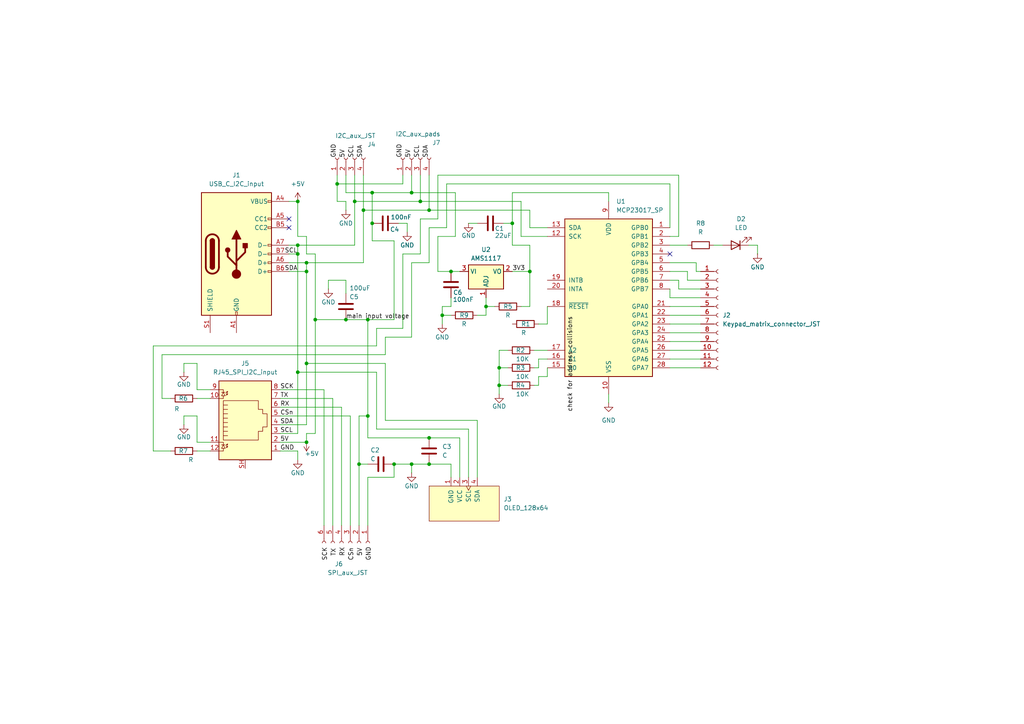
<source format=kicad_sch>
(kicad_sch (version 20231120) (generator "eeschema") (generator_version "8.0")
  (paper "A4")
  (lib_symbols
    (symbol "Connector:Conn_01x04_Socket" (pin_names (offset 1.016) hide)
      (property "Reference" "J" (at 0 5.08 0))
      (property "Value" "Conn_01x04_Socket" (at 0 -7.62 0))
      (symbol "Conn_01x04_Socket_1_1"
        (arc (start 0 -4.572) (mid -0.5058 -5.08) (end 0 -5.588) (stroke (width 0.1524)))
        (arc (start 0 -2.032) (mid -0.5058 -2.54) (end 0 -3.048) (stroke (width 0.1524)))
        (polyline (pts (xy -1.27 -5.08) (xy -0.508 -5.08)) (stroke (width 0.1524)))
        (polyline (pts (xy -1.27 -2.54) (xy -0.508 -2.54)) (stroke (width 0.1524)))
        (polyline (pts (xy -1.27 0) (xy -0.508 0)) (stroke (width 0.1524)))
        (polyline (pts (xy -1.27 2.54) (xy -0.508 2.54)) (stroke (width 0.1524)))
        (arc (start 0 0.508) (mid -0.5058 0) (end 0 -0.508) (stroke (width 0.1524)))
        (arc (start 0 3.048) (mid -0.5058 2.54) (end 0 2.032) (stroke (width 0.1524)))
        (pin passive line (at -5.08 2.54 0) (length 3.81) (name "Pin_1") (number "1"))
        (pin passive line (at -5.08 0 0) (length 3.81) (name "Pin_2") (number "2"))
        (pin passive line (at -5.08 -2.54 0) (length 3.81) (name "Pin_3") (number "3"))
        (pin passive line (at -5.08 -5.08 0) (length 3.81) (name "Pin_4") (number "4"))
      )
    )
    (symbol "Connector:Conn_01x06_Socket" (pin_names (offset 1.016) hide)
      (property "Reference" "J" (at 0 7.62 0))
      (property "Value" "Conn_01x06_Socket" (at 0 -10.16 0))
      (symbol "Conn_01x06_Socket_1_1"
        (arc (start 0 -7.112) (mid -0.5058 -7.62) (end 0 -8.128) (stroke (width 0.1524)))
        (arc (start 0 -4.572) (mid -0.5058 -5.08) (end 0 -5.588) (stroke (width 0.1524)))
        (arc (start 0 -2.032) (mid -0.5058 -2.54) (end 0 -3.048) (stroke (width 0.1524)))
        (polyline (pts (xy -1.27 -7.62) (xy -0.508 -7.62)) (stroke (width 0.1524)))
        (polyline (pts (xy -1.27 -5.08) (xy -0.508 -5.08)) (stroke (width 0.1524)))
        (polyline (pts (xy -1.27 -2.54) (xy -0.508 -2.54)) (stroke (width 0.1524)))
        (polyline (pts (xy -1.27 0) (xy -0.508 0)) (stroke (width 0.1524)))
        (polyline (pts (xy -1.27 2.54) (xy -0.508 2.54)) (stroke (width 0.1524)))
        (polyline (pts (xy -1.27 5.08) (xy -0.508 5.08)) (stroke (width 0.1524)))
        (arc (start 0 0.508) (mid -0.5058 0) (end 0 -0.508) (stroke (width 0.1524)))
        (arc (start 0 3.048) (mid -0.5058 2.54) (end 0 2.032) (stroke (width 0.1524)))
        (arc (start 0 5.588) (mid -0.5058 5.08) (end 0 4.572) (stroke (width 0.1524)))
        (pin passive line (at -5.08 5.08 0) (length 3.81) (name "Pin_1") (number "1"))
        (pin passive line (at -5.08 2.54 0) (length 3.81) (name "Pin_2") (number "2"))
        (pin passive line (at -5.08 0 0) (length 3.81) (name "Pin_3") (number "3"))
        (pin passive line (at -5.08 -2.54 0) (length 3.81) (name "Pin_4") (number "4"))
        (pin passive line (at -5.08 -5.08 0) (length 3.81) (name "Pin_5") (number "5"))
        (pin passive line (at -5.08 -7.62 0) (length 3.81) (name "Pin_6") (number "6"))
      )
    )
    (symbol "Connector:Conn_01x12_Socket" (pin_names (offset 1.016) hide)
      (property "Reference" "J" (at 0 15.24 0))
      (property "Value" "Conn_01x12_Socket" (at 0 -17.78 0))
      (symbol "Conn_01x12_Socket_1_1"
        (arc (start 0 -14.732) (mid -0.5058 -15.24) (end 0 -15.748) (stroke (width 0.1524)))
        (arc (start 0 -12.192) (mid -0.5058 -12.7) (end 0 -13.208) (stroke (width 0.1524)))
        (arc (start 0 -9.652) (mid -0.5058 -10.16) (end 0 -10.668) (stroke (width 0.1524)))
        (arc (start 0 -7.112) (mid -0.5058 -7.62) (end 0 -8.128) (stroke (width 0.1524)))
        (arc (start 0 -4.572) (mid -0.5058 -5.08) (end 0 -5.588) (stroke (width 0.1524)))
        (arc (start 0 -2.032) (mid -0.5058 -2.54) (end 0 -3.048) (stroke (width 0.1524)))
        (polyline (pts (xy -1.27 -15.24) (xy -0.508 -15.24)) (stroke (width 0.1524)))
        (polyline (pts (xy -1.27 -12.7) (xy -0.508 -12.7)) (stroke (width 0.1524)))
        (polyline (pts (xy -1.27 -10.16) (xy -0.508 -10.16)) (stroke (width 0.1524)))
        (polyline (pts (xy -1.27 -7.62) (xy -0.508 -7.62)) (stroke (width 0.1524)))
        (polyline (pts (xy -1.27 -5.08) (xy -0.508 -5.08)) (stroke (width 0.1524)))
        (polyline (pts (xy -1.27 -2.54) (xy -0.508 -2.54)) (stroke (width 0.1524)))
        (polyline (pts (xy -1.27 0) (xy -0.508 0)) (stroke (width 0.1524)))
        (polyline (pts (xy -1.27 2.54) (xy -0.508 2.54)) (stroke (width 0.1524)))
        (polyline (pts (xy -1.27 5.08) (xy -0.508 5.08)) (stroke (width 0.1524)))
        (polyline (pts (xy -1.27 7.62) (xy -0.508 7.62)) (stroke (width 0.1524)))
        (polyline (pts (xy -1.27 10.16) (xy -0.508 10.16)) (stroke (width 0.1524)))
        (polyline (pts (xy -1.27 12.7) (xy -0.508 12.7)) (stroke (width 0.1524)))
        (arc (start 0 0.508) (mid -0.5058 0) (end 0 -0.508) (stroke (width 0.1524)))
        (arc (start 0 3.048) (mid -0.5058 2.54) (end 0 2.032) (stroke (width 0.1524)))
        (arc (start 0 5.588) (mid -0.5058 5.08) (end 0 4.572) (stroke (width 0.1524)))
        (arc (start 0 8.128) (mid -0.5058 7.62) (end 0 7.112) (stroke (width 0.1524)))
        (arc (start 0 10.668) (mid -0.5058 10.16) (end 0 9.652) (stroke (width 0.1524)))
        (arc (start 0 13.208) (mid -0.5058 12.7) (end 0 12.192) (stroke (width 0.1524)))
        (pin passive line (at -5.08 12.7 0) (length 3.81) (name "Pin_1") (number "1"))
        (pin passive line (at -5.08 -10.16 0) (length 3.81) (name "Pin_10") (number "10"))
        (pin passive line (at -5.08 -12.7 0) (length 3.81) (name "Pin_11") (number "11"))
        (pin passive line (at -5.08 -15.24 0) (length 3.81) (name "Pin_12") (number "12"))
        (pin passive line (at -5.08 10.16 0) (length 3.81) (name "Pin_2") (number "2"))
        (pin passive line (at -5.08 7.62 0) (length 3.81) (name "Pin_3") (number "3"))
        (pin passive line (at -5.08 5.08 0) (length 3.81) (name "Pin_4") (number "4"))
        (pin passive line (at -5.08 2.54 0) (length 3.81) (name "Pin_5") (number "5"))
        (pin passive line (at -5.08 0 0) (length 3.81) (name "Pin_6") (number "6"))
        (pin passive line (at -5.08 -2.54 0) (length 3.81) (name "Pin_7") (number "7"))
        (pin passive line (at -5.08 -5.08 0) (length 3.81) (name "Pin_8") (number "8"))
        (pin passive line (at -5.08 -7.62 0) (length 3.81) (name "Pin_9") (number "9"))
      )
    )
    (symbol "Connector:RJ45_LED_Shielded" (pin_names (offset 1.016))
      (property "Reference" "J" (at -5.08 13.97 0))
      (property "Value" "RJ45_LED_Shielded" (at 1.27 13.97 0))
      (symbol "RJ45_LED_Shielded_0_1"
        (polyline (pts (xy -7.62 -7.62) (xy -6.35 -7.62)))
        (polyline (pts (xy -7.62 -5.08) (xy -6.35 -5.08)))
        (polyline (pts (xy -7.62 7.62) (xy -6.35 7.62)))
        (polyline (pts (xy -7.62 10.16) (xy -6.35 10.16)))
        (polyline (pts (xy -6.858 -5.842) (xy -5.842 -5.842)))
        (polyline (pts (xy -6.858 9.398) (xy -5.842 9.398)))
        (polyline (pts (xy -6.35 -7.62) (xy -6.35 -6.858)))
        (polyline (pts (xy -6.35 -5.08) (xy -6.35 -5.842)))
        (polyline (pts (xy -6.35 7.62) (xy -6.35 8.382)))
        (polyline (pts (xy -6.35 10.16) (xy -6.35 9.398)))
        (polyline (pts (xy -5.08 -6.223) (xy -5.207 -6.604)))
        (polyline (pts (xy -5.08 -5.588) (xy -5.207 -5.969)))
        (polyline (pts (xy -5.08 4.445) (xy -6.35 4.445)))
        (polyline (pts (xy -5.08 5.715) (xy -6.35 5.715)))
        (polyline (pts (xy -5.08 9.017) (xy -5.207 8.636)))
        (polyline (pts (xy -5.08 9.652) (xy -5.207 9.271)))
        (polyline (pts (xy -6.35 -3.175) (xy -5.08 -3.175) (xy -5.08 -3.175)))
        (polyline (pts (xy -6.35 -1.905) (xy -5.08 -1.905) (xy -5.08 -1.905)))
        (polyline (pts (xy -6.35 -0.635) (xy -5.08 -0.635) (xy -5.08 -0.635)))
        (polyline (pts (xy -6.35 0.635) (xy -5.08 0.635) (xy -5.08 0.635)))
        (polyline (pts (xy -6.35 1.905) (xy -5.08 1.905) (xy -5.08 1.905)))
        (polyline (pts (xy -5.588 -6.731) (xy -5.08 -6.223) (xy -5.461 -6.35)))
        (polyline (pts (xy -5.588 -6.096) (xy -5.08 -5.588) (xy -5.461 -5.715)))
        (polyline (pts (xy -5.588 8.509) (xy -5.08 9.017) (xy -5.461 8.89)))
        (polyline (pts (xy -5.588 9.144) (xy -5.08 9.652) (xy -5.461 9.525)))
        (polyline (pts (xy -5.08 3.175) (xy -6.35 3.175) (xy -6.35 3.175)))
        (polyline (pts (xy -6.35 -5.842) (xy -6.858 -6.858) (xy -5.842 -6.858) (xy -6.35 -5.842)))
        (polyline (pts (xy -6.35 9.398) (xy -6.858 8.382) (xy -5.842 8.382) (xy -6.35 9.398)))
        (polyline (pts (xy -6.35 -4.445) (xy -6.35 6.985) (xy 3.81 6.985) (xy 3.81 4.445) (xy 5.08 4.445) (xy 5.08 3.175) (xy 6.35 3.175) (xy 6.35 -0.635) (xy 5.08 -0.635) (xy 5.08 -1.905) (xy 3.81 -1.905) (xy 3.81 -4.445) (xy -6.35 -4.445) (xy -6.35 -4.445)))
        (rectangle (start 7.62 12.7) (end -7.62 -10.16) (stroke (width 0.254)) (fill (type background)))
      )
      (symbol "RJ45_LED_Shielded_1_1"
        (pin passive line (at 10.16 -7.62 180) (length 2.54) (name "~") (number "1"))
        (pin passive line (at -10.16 7.62 0) (length 2.54) (name "~") (number "10"))
        (pin passive line (at -10.16 -5.08 0) (length 2.54) (name "~") (number "11"))
        (pin passive line (at -10.16 -7.62 0) (length 2.54) (name "~") (number "12"))
        (pin passive line (at 10.16 -5.08 180) (length 2.54) (name "~") (number "2"))
        (pin passive line (at 10.16 -2.54 180) (length 2.54) (name "~") (number "3"))
        (pin passive line (at 10.16 0 180) (length 2.54) (name "~") (number "4"))
        (pin passive line (at 10.16 2.54 180) (length 2.54) (name "~") (number "5"))
        (pin passive line (at 10.16 5.08 180) (length 2.54) (name "~") (number "6"))
        (pin passive line (at 10.16 7.62 180) (length 2.54) (name "~") (number "7"))
        (pin passive line (at 10.16 10.16 180) (length 2.54) (name "~") (number "8"))
        (pin passive line (at -10.16 10.16 0) (length 2.54) (name "~") (number "9"))
        (pin passive line (at 0 -12.7 90) (length 2.54) (name "~") (number "SH"))
      )
    )
    (symbol "Connector:USB_C_Receptacle_USB2.0_14P" (pin_names (offset 1.016))
      (property "Reference" "J" (at 0 22.225 0))
      (property "Value" "USB_C_Receptacle_USB2.0_14P" (at 0 19.685 0))
      (symbol "USB_C_Receptacle_USB2.0_14P_0_0"
        (rectangle (start -0.254 -17.78) (end 0.254 -16.764))
        (rectangle (start 10.16 -4.826) (end 9.144 -5.334))
        (rectangle (start 10.16 -2.286) (end 9.144 -2.794))
        (rectangle (start 10.16 0.254) (end 9.144 -0.254))
        (rectangle (start 10.16 2.794) (end 9.144 2.286))
        (rectangle (start 10.16 7.874) (end 9.144 7.366))
        (rectangle (start 10.16 10.414) (end 9.144 9.906))
        (rectangle (start 10.16 15.494) (end 9.144 14.986))
      )
      (symbol "USB_C_Receptacle_USB2.0_14P_0_1"
        (rectangle (start -10.16 17.78) (end 10.16 -17.78) (stroke (width 0.254)) (fill (type background)))
        (arc (start -8.89 -3.81) (mid -6.985 -5.7067) (end -5.08 -3.81) (stroke (width 0.508)))
        (arc (start -7.62 -3.81) (mid -6.985 -4.4423) (end -6.35 -3.81) (stroke (width 0.254)))
        (arc (start -7.62 -3.81) (mid -6.985 -4.4423) (end -6.35 -3.81) (stroke (width 0.254)) (fill (type outline)))
        (rectangle (start -7.62 -3.81) (end -6.35 3.81) (stroke (width 0.254)) (fill (type outline)))
        (arc (start -6.35 3.81) (mid -6.985 4.4423) (end -7.62 3.81) (stroke (width 0.254)))
        (arc (start -6.35 3.81) (mid -6.985 4.4423) (end -7.62 3.81) (stroke (width 0.254)) (fill (type outline)))
        (arc (start -5.08 3.81) (mid -6.985 5.7067) (end -8.89 3.81) (stroke (width 0.508)))
        (circle (center -2.54 1.143) (radius 0.635) (stroke (width 0.254)) (fill (type outline)))
        (circle (center 0 -5.842) (radius 1.27) (fill (type outline)))
        (polyline (pts (xy -8.89 -3.81) (xy -8.89 3.81)) (stroke (width 0.508)))
        (polyline (pts (xy -5.08 3.81) (xy -5.08 -3.81)) (stroke (width 0.508)))
        (polyline (pts (xy 0 -5.842) (xy 0 4.318)) (stroke (width 0.508)))
        (polyline (pts (xy 0 -3.302) (xy -2.54 -0.762) (xy -2.54 0.508)) (stroke (width 0.508)))
        (polyline (pts (xy 0 -2.032) (xy 2.54 0.508) (xy 2.54 1.778)) (stroke (width 0.508)))
        (polyline (pts (xy -1.27 4.318) (xy 0 6.858) (xy 1.27 4.318) (xy -1.27 4.318)) (stroke (width 0.254)) (fill (type outline)))
        (rectangle (start 1.905 1.778) (end 3.175 3.048) (stroke (width 0.254)) (fill (type outline)))
      )
      (symbol "USB_C_Receptacle_USB2.0_14P_1_1"
        (pin passive line (at 0 -22.86 90) (length 5.08) (name "GND") (number "A1"))
        (pin passive line (at 0 -22.86 90) (length 5.08) hide (name "GND") (number "A12"))
        (pin passive line (at 15.24 15.24 180) (length 5.08) (name "VBUS") (number "A4"))
        (pin bidirectional line (at 15.24 10.16 180) (length 5.08) (name "CC1") (number "A5"))
        (pin bidirectional line (at 15.24 -2.54 180) (length 5.08) (name "D+") (number "A6"))
        (pin bidirectional line (at 15.24 2.54 180) (length 5.08) (name "D-") (number "A7"))
        (pin passive line (at 15.24 15.24 180) (length 5.08) hide (name "VBUS") (number "A9"))
        (pin passive line (at 0 -22.86 90) (length 5.08) hide (name "GND") (number "B1"))
        (pin passive line (at 0 -22.86 90) (length 5.08) hide (name "GND") (number "B12"))
        (pin passive line (at 15.24 15.24 180) (length 5.08) hide (name "VBUS") (number "B4"))
        (pin bidirectional line (at 15.24 7.62 180) (length 5.08) (name "CC2") (number "B5"))
        (pin bidirectional line (at 15.24 -5.08 180) (length 5.08) (name "D+") (number "B6"))
        (pin bidirectional line (at 15.24 0 180) (length 5.08) (name "D-") (number "B7"))
        (pin passive line (at 15.24 15.24 180) (length 5.08) hide (name "VBUS") (number "B9"))
        (pin passive line (at -7.62 -22.86 90) (length 5.08) (name "SHIELD") (number "S1"))
      )
    )
    (symbol "Device:C" (pin_numbers hide) (pin_names (offset 0.254))
      (property "Reference" "C" (at 0.635 2.54 0))
      (property "Value" "C" (at 0.635 -2.54 0))
      (symbol "C_0_1"
        (polyline (pts (xy -2.032 -0.762) (xy 2.032 -0.762)) (stroke (width 0.508)))
        (polyline (pts (xy -2.032 0.762) (xy 2.032 0.762)) (stroke (width 0.508)))
      )
      (symbol "C_1_1"
        (pin passive line (at 0 3.81 270) (length 2.794) (name "~") (number "1"))
        (pin passive line (at 0 -3.81 90) (length 2.794) (name "~") (number "2"))
      )
    )
    (symbol "Device:LED" (pin_numbers hide) (pin_names (offset 1.016) hide)
      (property "Reference" "D" (at 0 2.54 0))
      (property "Value" "LED" (at 0 -2.54 0))
      (symbol "LED_0_1"
        (polyline (pts (xy -1.27 -1.27) (xy -1.27 1.27)) (stroke (width 0.254)))
        (polyline (pts (xy -1.27 0) (xy 1.27 0)))
        (polyline (pts (xy 1.27 -1.27) (xy 1.27 1.27) (xy -1.27 0) (xy 1.27 -1.27)) (stroke (width 0.254)))
        (polyline (pts (xy -3.048 -0.762) (xy -4.572 -2.286) (xy -3.81 -2.286) (xy -4.572 -2.286) (xy -4.572 -1.524)))
        (polyline (pts (xy -1.778 -0.762) (xy -3.302 -2.286) (xy -2.54 -2.286) (xy -3.302 -2.286) (xy -3.302 -1.524)))
      )
      (symbol "LED_1_1"
        (pin passive line (at -3.81 0 0) (length 2.54) (name "K") (number "1"))
        (pin passive line (at 3.81 0 180) (length 2.54) (name "A") (number "2"))
      )
    )
    (symbol "Device:R" (pin_numbers hide) (pin_names (offset 0))
      (property "Reference" "R" (at 2.032 0 90))
      (property "Value" "R" (at 0 0 90))
      (symbol "R_0_1"
        (rectangle (start -1.016 -2.54) (end 1.016 2.54) (stroke (width 0.254)))
      )
      (symbol "R_1_1"
        (pin passive line (at 0 3.81 270) (length 1.27) (name "~") (number "1"))
        (pin passive line (at 0 -3.81 90) (length 1.27) (name "~") (number "2"))
      )
    )
    (symbol "Interface_Expansion:MCP23017_SP" (pin_names (offset 1.016))
      (property "Reference" "U" (at -11.43 24.13 0))
      (property "Value" "MCP23017_SP" (at 0 0 0))
      (symbol "MCP23017_SP_0_1"
        (rectangle (start -12.7 22.86) (end 12.7 -22.86) (stroke (width 0.254)) (fill (type background)))
      )
      (symbol "MCP23017_SP_1_1"
        (pin bidirectional line (at 17.78 20.32 180) (length 5.08) (name "GPB0") (number "1"))
        (pin power_in line (at 0 -27.94 90) (length 5.08) (name "VSS") (number "10"))
        (pin no_connect line (at -12.7 15.24 0) (length 5.08) hide (name "NC") (number "11"))
        (pin input line (at -17.78 17.78 0) (length 5.08) (name "SCK") (number "12"))
        (pin bidirectional line (at -17.78 20.32 0) (length 5.08) (name "SDA") (number "13"))
        (pin no_connect line (at -12.7 12.7 0) (length 5.08) hide (name "NC") (number "14"))
        (pin input line (at -17.78 -20.32 0) (length 5.08) (name "A0") (number "15"))
        (pin input line (at -17.78 -17.78 0) (length 5.08) (name "A1") (number "16"))
        (pin input line (at -17.78 -15.24 0) (length 5.08) (name "A2") (number "17"))
        (pin input line (at -17.78 -2.54 0) (length 5.08) (name "~{RESET}") (number "18"))
        (pin tri_state line (at -17.78 5.08 0) (length 5.08) (name "INTB") (number "19"))
        (pin bidirectional line (at 17.78 17.78 180) (length 5.08) (name "GPB1") (number "2"))
        (pin tri_state line (at -17.78 2.54 0) (length 5.08) (name "INTA") (number "20"))
        (pin bidirectional line (at 17.78 -2.54 180) (length 5.08) (name "GPA0") (number "21"))
        (pin bidirectional line (at 17.78 -5.08 180) (length 5.08) (name "GPA1") (number "22"))
        (pin bidirectional line (at 17.78 -7.62 180) (length 5.08) (name "GPA2") (number "23"))
        (pin bidirectional line (at 17.78 -10.16 180) (length 5.08) (name "GPA3") (number "24"))
        (pin bidirectional line (at 17.78 -12.7 180) (length 5.08) (name "GPA4") (number "25"))
        (pin bidirectional line (at 17.78 -15.24 180) (length 5.08) (name "GPA5") (number "26"))
        (pin bidirectional line (at 17.78 -17.78 180) (length 5.08) (name "GPA6") (number "27"))
        (pin bidirectional line (at 17.78 -20.32 180) (length 5.08) (name "GPA7") (number "28"))
        (pin bidirectional line (at 17.78 15.24 180) (length 5.08) (name "GPB2") (number "3"))
        (pin bidirectional line (at 17.78 12.7 180) (length 5.08) (name "GPB3") (number "4"))
        (pin bidirectional line (at 17.78 10.16 180) (length 5.08) (name "GPB4") (number "5"))
        (pin bidirectional line (at 17.78 7.62 180) (length 5.08) (name "GPB5") (number "6"))
        (pin bidirectional line (at 17.78 5.08 180) (length 5.08) (name "GPB6") (number "7"))
        (pin bidirectional line (at 17.78 2.54 180) (length 5.08) (name "GPB7") (number "8"))
        (pin power_in line (at 0 27.94 270) (length 5.08) (name "VDD") (number "9"))
      )
    )
    (symbol "Regulator_Linear:AMS1117"
      (property "Reference" "U" (at -3.81 3.175 0))
      (property "Value" "AMS1117" (at 0 3.175 0))
      (symbol "AMS1117_0_1"
        (rectangle (start -5.08 -5.08) (end 5.08 1.905) (stroke (width 0.254)) (fill (type background)))
      )
      (symbol "AMS1117_1_1"
        (pin input line (at 0 -7.62 90) (length 2.54) (name "ADJ") (number "1"))
        (pin power_out line (at 7.62 0 180) (length 2.54) (name "VO") (number "2"))
        (pin power_in line (at -7.62 0 0) (length 2.54) (name "VI") (number "3"))
      )
    )
    (symbol "ScottoKeebs:OLED_128x64" (pin_names (offset 1.016))
      (property "Reference" "J" (at 0 -11.43 0))
      (property "Value" "OLED_128x64" (at 0 -7.62 0))
      (symbol "OLED_128x64_0_1"
        (rectangle (start 10.16 -10.16) (end -10.16 0) (fill (type background)))
      )
      (symbol "OLED_128x64_1_1"
        (pin power_in line (at -3.81 2.54 270) (length 2.54) (name "GND") (number "1"))
        (pin power_in line (at -1.27 2.54 270) (length 2.54) (name "VCC") (number "2"))
        (pin input clock (at 1.27 2.54 270) (length 2.54) (name "SCL") (number "3"))
        (pin bidirectional line (at 3.81 2.54 270) (length 2.54) (name "SDA") (number "4"))
      )
    )
    (symbol "power:+5V" (power) (pin_numbers hide) (pin_names (offset 0) hide)
      (property "Value" "+5V" (at 0 3.556 0))
      (symbol "+5V_0_1"
        (polyline (pts (xy -0.762 1.27) (xy 0 2.54)))
        (polyline (pts (xy 0 0) (xy 0 2.54)))
        (polyline (pts (xy 0 2.54) (xy 0.762 1.27)))
      )
      (symbol "+5V_1_1"
        (pin power_in line (at 0 0 90) (length 0) (name "~") (number "1"))
      )
    )
    (symbol "power:GND" (power) (pin_numbers hide) (pin_names (offset 0) hide)
      (property "Value" "GND" (at 0 -3.81 0))
      (symbol "GND_0_1"
        (polyline (pts (xy 0 0) (xy 0 -1.27) (xy 1.27 -1.27) (xy 0 -2.54) (xy -1.27 -1.27) (xy 0 -1.27)))
      )
      (symbol "GND_1_1"
        (pin power_in line (at 0 0 270) (length 0) (name "~") (number "1"))
      )
    )
  )
  (junction (at 88.9 128.27))
  (junction (at 104.14 134.62))
  (junction (at 144.78 111.76))
  (junction (at 128.27 91.44))
  (junction (at 114.3 134.62))
  (junction (at 124.46 134.62))
  (junction (at 102.87 58.42))
  (junction (at 107.95 55.88))
  (junction (at 86.36 73.66))
  (junction (at 124.46 60.96))
  (junction (at 97.79 53.34))
  (junction (at 86.36 58.42))
  (junction (at 88.9 76.2))
  (junction (at 100.33 92.71))
  (junction (at 153.67 78.74))
  (junction (at 106.68 92.71))
  (junction (at 148.59 64.77))
  (junction (at 88.9 105.41))
  (junction (at 88.9 78.74))
  (junction (at 140.97 88.9))
  (junction (at 144.78 106.68))
  (junction (at 124.46 127))
  (junction (at 86.36 107.95))
  (junction (at 86.36 71.12))
  (junction (at 121.92 58.42))
  (junction (at 106.68 120.65))
  (junction (at 119.38 55.88))
  (junction (at 105.41 60.96))
  (junction (at 119.38 134.62))
  (junction (at 130.81 78.74))
  (junction (at 107.95 64.77))
  (junction (at 91.44 92.71))
  (no_connect (at 194.31 73.66))
  (no_connect (at 83.82 63.5))
  (no_connect (at 83.82 66.04))
  (wire (pts (xy 158.75 93.98) (xy 158.75 88.9)))
  (wire (pts (xy 81.28 113.03) (xy 93.98 113.03)))
  (wire (pts (xy 140.97 86.36) (xy 140.97 88.9)))
  (wire (pts (xy 53.34 123.19) (xy 53.34 120.65)))
  (wire (pts (xy 104.14 134.62) (xy 106.68 134.62)))
  (wire (pts (xy 194.31 53.34) (xy 194.31 66.04)))
  (wire (pts (xy 153.67 60.96) (xy 153.67 66.04)))
  (wire (pts (xy 57.15 105.41) (xy 57.15 113.03)))
  (wire (pts (xy 154.94 101.6) (xy 158.75 101.6)))
  (wire (pts (xy 105.41 76.2) (xy 105.41 60.96)))
  (wire (pts (xy 138.43 91.44) (xy 140.97 91.44)))
  (wire (pts (xy 109.22 95.25) (xy 116.84 95.25)))
  (wire (pts (xy 158.75 106.68) (xy 158.75 109.22)))
  (wire (pts (xy 207.01 71.12) (xy 209.55 71.12)))
  (wire (pts (xy 97.79 58.42) (xy 100.33 58.42)))
  (wire (pts (xy 95.25 81.28) (xy 100.33 81.28)))
  (wire (pts (xy 44.45 100.33) (xy 109.22 100.33)))
  (wire (pts (xy 146.05 64.77) (xy 148.59 64.77)))
  (wire (pts (xy 53.34 107.95) (xy 53.34 105.41)))
  (wire (pts (xy 119.38 134.62) (xy 119.38 137.16)))
  (wire (pts (xy 57.15 115.57) (xy 60.96 115.57)))
  (wire (pts (xy 130.81 138.43) (xy 130.81 134.62)))
  (wire (pts (xy 138.43 121.92) (xy 138.43 138.43)))
  (wire (pts (xy 201.93 78.74) (xy 203.2 78.74)))
  (wire (pts (xy 91.44 125.73) (xy 88.9 125.73)))
  (wire (pts (xy 156.21 106.68) (xy 154.94 106.68)))
  (wire (pts (xy 148.59 71.12) (xy 153.67 71.12)))
  (wire (pts (xy 100.33 92.71) (xy 106.68 92.71)))
  (wire (pts (xy 148.59 55.88) (xy 176.53 55.88)))
  (wire (pts (xy 135.89 64.77) (xy 138.43 64.77)))
  (wire (pts (xy 88.9 68.58) (xy 88.9 73.66)))
  (wire (pts (xy 97.79 53.34) (xy 116.84 53.34)))
  (wire (pts (xy 115.57 64.77) (xy 118.11 64.77)))
  (wire (pts (xy 132.08 68.58) (xy 127 68.58)))
  (wire (pts (xy 158.75 109.22) (xy 156.21 109.22)))
  (wire (pts (xy 156.21 104.14) (xy 158.75 104.14)))
  (wire (pts (xy 114.3 134.62) (xy 114.3 138.43)))
  (wire (pts (xy 53.34 105.41) (xy 57.15 105.41)))
  (wire (pts (xy 91.44 73.66) (xy 91.44 92.71)))
  (wire (pts (xy 107.95 64.77) (xy 107.95 69.85)))
  (wire (pts (xy 107.95 55.88) (xy 107.95 64.77)))
  (wire (pts (xy 97.79 53.34) (xy 97.79 58.42)))
  (wire (pts (xy 144.78 101.6) (xy 144.78 106.68)))
  (wire (pts (xy 83.82 71.12) (xy 86.36 71.12)))
  (wire (pts (xy 140.97 88.9) (xy 140.97 91.44)))
  (wire (pts (xy 114.3 92.71) (xy 114.3 69.85)))
  (wire (pts (xy 156.21 109.22) (xy 156.21 111.76)))
  (wire (pts (xy 129.54 66.04) (xy 129.54 53.34)))
  (wire (pts (xy 91.44 92.71) (xy 100.33 92.71)))
  (wire (pts (xy 86.36 73.66) (xy 86.36 107.95)))
  (wire (pts (xy 119.38 97.79) (xy 119.38 76.2)))
  (wire (pts (xy 196.85 83.82) (xy 203.2 83.82)))
  (wire (pts (xy 81.28 130.81) (xy 86.36 130.81)))
  (wire (pts (xy 135.89 124.46) (xy 109.22 124.46)))
  (wire (pts (xy 153.67 71.12) (xy 153.67 78.74)))
  (wire (pts (xy 57.15 120.65) (xy 57.15 128.27)))
  (wire (pts (xy 130.81 78.74) (xy 133.35 78.74)))
  (wire (pts (xy 114.3 69.85) (xy 107.95 69.85)))
  (wire (pts (xy 109.22 100.33) (xy 109.22 95.25)))
  (wire (pts (xy 83.82 58.42) (xy 86.36 58.42)))
  (wire (pts (xy 111.76 102.87) (xy 111.76 97.79)))
  (wire (pts (xy 88.9 73.66) (xy 91.44 73.66)))
  (wire (pts (xy 81.28 128.27) (xy 88.9 128.27)))
  (wire (pts (xy 106.68 120.65) (xy 104.14 120.65)))
  (wire (pts (xy 151.13 68.58) (xy 158.75 68.58)))
  (wire (pts (xy 156.21 104.14) (xy 156.21 106.68)))
  (wire (pts (xy 128.27 91.44) (xy 128.27 93.98)))
  (wire (pts (xy 100.33 55.88) (xy 107.95 55.88)))
  (wire (pts (xy 194.31 76.2) (xy 201.93 76.2)))
  (wire (pts (xy 176.53 114.3) (xy 176.53 116.84)))
  (wire (pts (xy 194.31 88.9) (xy 203.2 88.9)))
  (wire (pts (xy 151.13 58.42) (xy 151.13 68.58)))
  (wire (pts (xy 127 50.8) (xy 196.85 50.8)))
  (wire (pts (xy 194.31 99.06) (xy 203.2 99.06)))
  (wire (pts (xy 57.15 128.27) (xy 60.96 128.27)))
  (wire (pts (xy 86.36 130.81) (xy 86.36 133.35)))
  (wire (pts (xy 127 63.5) (xy 127 50.8)))
  (wire (pts (xy 144.78 111.76) (xy 147.32 111.76)))
  (wire (pts (xy 203.2 81.28) (xy 199.39 81.28)))
  (wire (pts (xy 57.15 113.03) (xy 60.96 113.03)))
  (wire (pts (xy 219.71 71.12) (xy 219.71 73.66)))
  (wire (pts (xy 116.84 73.66) (xy 121.92 73.66)))
  (wire (pts (xy 194.31 101.6) (xy 203.2 101.6)))
  (wire (pts (xy 49.53 130.81) (xy 44.45 130.81)))
  (wire (pts (xy 156.21 93.98) (xy 158.75 93.98)))
  (wire (pts (xy 194.31 71.12) (xy 199.39 71.12)))
  (wire (pts (xy 106.68 127) (xy 124.46 127)))
  (wire (pts (xy 118.11 64.77) (xy 118.11 67.31)))
  (wire (pts (xy 109.22 107.95) (xy 86.36 107.95)))
  (wire (pts (xy 97.79 50.8) (xy 97.79 53.34)))
  (wire (pts (xy 49.53 115.57) (xy 46.99 115.57)))
  (wire (pts (xy 46.99 102.87) (xy 111.76 102.87)))
  (wire (pts (xy 140.97 88.9) (xy 143.51 88.9)))
  (wire (pts (xy 88.9 105.41) (xy 88.9 123.19)))
  (wire (pts (xy 127 78.74) (xy 130.81 78.74)))
  (wire (pts (xy 148.59 78.74) (xy 153.67 78.74)))
  (wire (pts (xy 88.9 78.74) (xy 83.82 78.74)))
  (wire (pts (xy 194.31 86.36) (xy 203.2 86.36)))
  (wire (pts (xy 119.38 76.2) (xy 124.46 76.2)))
  (wire (pts (xy 86.36 71.12) (xy 86.36 73.66)))
  (wire (pts (xy 86.36 73.66) (xy 83.82 73.66)))
  (wire (pts (xy 194.31 83.82) (xy 194.31 86.36)))
  (wire (pts (xy 102.87 71.12) (xy 102.87 58.42)))
  (wire (pts (xy 81.28 118.11) (xy 99.06 118.11)))
  (wire (pts (xy 106.68 92.71) (xy 114.3 92.71)))
  (wire (pts (xy 111.76 105.41) (xy 111.76 121.92)))
  (wire (pts (xy 194.31 78.74) (xy 199.39 78.74)))
  (wire (pts (xy 102.87 50.8) (xy 102.87 58.42)))
  (wire (pts (xy 86.36 107.95) (xy 86.36 125.73)))
  (wire (pts (xy 194.31 106.68) (xy 203.2 106.68)))
  (wire (pts (xy 99.06 118.11) (xy 99.06 152.4)))
  (wire (pts (xy 46.99 115.57) (xy 46.99 102.87)))
  (wire (pts (xy 114.3 134.62) (xy 119.38 134.62)))
  (wire (pts (xy 91.44 92.71) (xy 91.44 125.73)))
  (wire (pts (xy 106.68 120.65) (xy 106.68 127)))
  (wire (pts (xy 194.31 104.14) (xy 203.2 104.14)))
  (wire (pts (xy 105.41 60.96) (xy 105.41 50.8)))
  (wire (pts (xy 121.92 63.5) (xy 127 63.5)))
  (wire (pts (xy 196.85 50.8) (xy 196.85 68.58)))
  (wire (pts (xy 196.85 81.28) (xy 196.85 83.82)))
  (wire (pts (xy 106.68 92.71) (xy 106.68 120.65)))
  (wire (pts (xy 194.31 91.44) (xy 203.2 91.44)))
  (wire (pts (xy 148.59 55.88) (xy 148.59 64.77)))
  (wire (pts (xy 128.27 88.9) (xy 130.81 88.9)))
  (wire (pts (xy 88.9 105.41) (xy 111.76 105.41)))
  (wire (pts (xy 130.81 88.9) (xy 130.81 86.36)))
  (wire (pts (xy 86.36 58.42) (xy 86.36 68.58)))
  (wire (pts (xy 124.46 76.2) (xy 124.46 66.04)))
  (wire (pts (xy 93.98 113.03) (xy 93.98 152.4)))
  (wire (pts (xy 147.32 101.6) (xy 144.78 101.6)))
  (wire (pts (xy 176.53 55.88) (xy 176.53 58.42)))
  (wire (pts (xy 153.67 78.74) (xy 153.67 88.9)))
  (wire (pts (xy 135.89 138.43) (xy 135.89 124.46)))
  (wire (pts (xy 124.46 134.62) (xy 119.38 134.62)))
  (wire (pts (xy 194.31 96.52) (xy 203.2 96.52)))
  (wire (pts (xy 128.27 91.44) (xy 130.81 91.44)))
  (wire (pts (xy 86.36 68.58) (xy 88.9 68.58)))
  (wire (pts (xy 217.17 71.12) (xy 219.71 71.12)))
  (wire (pts (xy 130.81 134.62) (xy 124.46 134.62)))
  (wire (pts (xy 199.39 81.28) (xy 199.39 78.74)))
  (wire (pts (xy 100.33 50.8) (xy 100.33 55.88)))
  (wire (pts (xy 194.31 93.98) (xy 203.2 93.98)))
  (wire (pts (xy 119.38 55.88) (xy 132.08 55.88)))
  (wire (pts (xy 88.9 76.2) (xy 88.9 78.74)))
  (wire (pts (xy 53.34 120.65) (xy 57.15 120.65)))
  (wire (pts (xy 104.14 134.62) (xy 104.14 152.4)))
  (wire (pts (xy 81.28 120.65) (xy 101.6 120.65)))
  (wire (pts (xy 121.92 58.42) (xy 151.13 58.42)))
  (wire (pts (xy 88.9 78.74) (xy 88.9 105.41)))
  (wire (pts (xy 153.67 88.9) (xy 151.13 88.9)))
  (wire (pts (xy 148.59 64.77) (xy 148.59 71.12)))
  (wire (pts (xy 121.92 73.66) (xy 121.92 63.5)))
  (wire (pts (xy 128.27 88.9) (xy 128.27 91.44)))
  (wire (pts (xy 114.3 138.43) (xy 106.68 138.43)))
  (wire (pts (xy 88.9 125.73) (xy 88.9 128.27)))
  (wire (pts (xy 100.33 58.42) (xy 100.33 60.96)))
  (wire (pts (xy 88.9 76.2) (xy 105.41 76.2)))
  (wire (pts (xy 116.84 95.25) (xy 116.84 73.66)))
  (wire (pts (xy 83.82 76.2) (xy 88.9 76.2)))
  (wire (pts (xy 109.22 124.46) (xy 109.22 107.95)))
  (wire (pts (xy 101.6 120.65) (xy 101.6 152.4)))
  (wire (pts (xy 194.31 81.28) (xy 196.85 81.28)))
  (wire (pts (xy 106.68 138.43) (xy 106.68 152.4)))
  (wire (pts (xy 102.87 58.42) (xy 121.92 58.42)))
  (wire (pts (xy 144.78 106.68) (xy 147.32 106.68)))
  (wire (pts (xy 100.33 81.28) (xy 100.33 85.09)))
  (wire (pts (xy 81.28 125.73) (xy 86.36 125.73)))
  (wire (pts (xy 201.93 76.2) (xy 201.93 78.74)))
  (wire (pts (xy 127 68.58) (xy 127 78.74)))
  (wire (pts (xy 124.46 60.96) (xy 124.46 50.8)))
  (wire (pts (xy 44.45 130.81) (xy 44.45 100.33)))
  (wire (pts (xy 129.54 53.34) (xy 194.31 53.34)))
  (wire (pts (xy 107.95 55.88) (xy 119.38 55.88)))
  (wire (pts (xy 153.67 66.04) (xy 158.75 66.04)))
  (wire (pts (xy 81.28 123.19) (xy 88.9 123.19)))
  (wire (pts (xy 95.25 83.82) (xy 95.25 81.28)))
  (wire (pts (xy 132.08 55.88) (xy 132.08 68.58)))
  (wire (pts (xy 104.14 120.65) (xy 104.14 134.62)))
  (wire (pts (xy 119.38 55.88) (xy 119.38 50.8)))
  (wire (pts (xy 111.76 121.92) (xy 138.43 121.92)))
  (wire (pts (xy 144.78 106.68) (xy 144.78 111.76)))
  (wire (pts (xy 121.92 58.42) (xy 121.92 50.8)))
  (wire (pts (xy 81.28 115.57) (xy 96.52 115.57)))
  (wire (pts (xy 124.46 127) (xy 133.35 127)))
  (wire (pts (xy 133.35 127) (xy 133.35 138.43)))
  (wire (pts (xy 96.52 115.57) (xy 96.52 152.4)))
  (wire (pts (xy 196.85 68.58) (xy 194.31 68.58)))
  (wire (pts (xy 124.46 60.96) (xy 153.67 60.96)))
  (wire (pts (xy 124.46 66.04) (xy 129.54 66.04)))
  (wire (pts (xy 156.21 111.76) (xy 154.94 111.76)))
  (wire (pts (xy 86.36 71.12) (xy 102.87 71.12)))
  (wire (pts (xy 111.76 97.79) (xy 119.38 97.79)))
  (wire (pts (xy 144.78 111.76) (xy 144.78 114.3)))
  (wire (pts (xy 116.84 50.8) (xy 116.84 53.34)))
  (wire (pts (xy 105.41 60.96) (xy 124.46 60.96)))
  (wire (pts (xy 57.15 130.81) (xy 60.96 130.81)))
  (label "5V" (at 100.33 45.72 90))
  (label "TX" (at 81.28 115.57 0))
  (label "GND" (at 81.28 130.81 0))
  (label "SDA" (at 82.55 78.74 0))
  (label "GND" (at 97.79 45.72 90))
  (label "SCL" (at 82.55 73.66 0))
  (label "3V3" (at 148.59 78.74 0))
  (label "main input voltage" (at 100.33 92.71 0))
  (label "5V" (at 105.41 161.29 90))
  (label "RX" (at 81.28 118.11 0))
  (label "SDA" (at 81.28 123.19 0))
  (label "RX" (at 100.33 161.29 90))
  (label "TX" (at 97.79 161.29 90))
  (label "GND" (at 107.95 162.56 90))
  (label "SCK" (at 81.28 113.03 0))
  (label "SCL" (at 102.87 45.72 90))
  (label "5V" (at 119.38 45.72 90))
  (label "GND" (at 116.84 45.72 90))
  (label "SCL" (at 121.92 45.72 90))
  (label "SDA" (at 105.41 45.72 90))
  (label "SDA" (at 124.46 45.72 90))
  (label "SCL" (at 81.28 125.73 0))
  (label "5V" (at 81.28 128.27 0))
  (label "CSn" (at 81.28 120.65 0))
  (label "check for address collisions" (at 166.37 119.38 90))
  (label "CSn" (at 102.87 162.56 90))
  (label "SCK" (at 95.25 162.56 90))
  (symbol (lib_id "power:GND") (at 219.71 73.66 0) (mirror y) (unit 1)
    (property "Reference" "#PWR01" (effects (hide yes)))
    (property "Value" "GND" (at 219.71 77.47 0))
    (property "Description" "Power symbol creates a global label with name \"GND\" , ground" (effects (hide yes)))
  )
  (symbol (lib_id "Regulator_Linear:AMS1117") (at 140.97 78.74 0) (unit 1)
    (property "Reference" "U2" (at 140.97 72.39 0))
    (property "Value" "AMS1117" (at 140.97 74.93 0))
    (property "Footprint" "Package_TO_SOT_SMD:SOT-223-3_TabPin2" (effects (hide yes)))
    (property "Datasheet" "http://www.advanced-monolithic.com/pdf/ds1117.pdf" (effects (hide yes)))
    (property "Description" "1A Low Dropout regulator, positive, adjustable output, SOT-223" (effects (hide yes)))
  )
  (symbol (lib_id "Connector:Conn_01x06_Socket") (at 101.6 157.48 270) (unit 1)
    (property "Reference" "J6" (at 98.298 163.576 90))
    (property "Value" "SPI_aux_JST" (at 100.838 166.116 90))
    (property "Description" "Generic connector, single row, 01x06, script generated" (effects (hide yes)))
  )
  (symbol (lib_id "power:GND") (at 86.36 133.35 0) (unit 1)
    (property "Reference" "#PWR06" (effects (hide yes)))
    (property "Value" "GND" (at 86.36 137.16 0))
    (property "Description" "Power symbol creates a global label with name \"GND\" , ground" (effects (hide yes)))
  )
  (symbol (lib_id "Device:C") (at 130.81 82.55 180) (unit 1)
    (property "Reference" "C6" (at 134.112 84.836 0) (effects (justify left)))
    (property "Value" "100nF" (at 137.414 86.868 0) (effects (justify left)))
    (property "Description" "Unpolarized capacitor" (effects (hide yes)))
  )
  (symbol (lib_id "Connector:RJ45_LED_Shielded") (at 71.12 123.19 0) (unit 1)
    (property "Reference" "J5" (at 71.12 105.41 0))
    (property "Value" "RJ45_SPI_I2C_input" (at 71.12 107.95 0))
    (property "Description" "RJ connector, 8P8C (8 positions 8 connected), two LEDs, Shielded" (effects (hide yes)))
  )
  (symbol (lib_id "power:GND") (at 128.27 93.98 0) (unit 1)
    (property "Reference" "#PWR014" (effects (hide yes)))
    (property "Value" "GND" (at 128.27 97.79 0))
    (property "Description" "Power symbol creates a global label with name \"GND\" , ground" (effects (hide yes)))
  )
  (symbol (lib_id "power:GND") (at 95.25 83.82 0) (unit 1)
    (property "Reference" "#PWR013" (effects (hide yes)))
    (property "Value" "GND" (at 95.25 87.63 0))
    (property "Description" "Power symbol creates a global label with name \"GND\" , ground" (effects (hide yes)))
  )
  (symbol (lib_id "power:GND") (at 144.78 114.3 0) (unit 1)
    (property "Reference" "#PWR015" (effects (hide yes)))
    (property "Value" "GND" (at 144.78 117.856 0))
    (property "Description" "Power symbol creates a global label with name \"GND\" , ground" (effects (hide yes)))
  )
  (symbol (lib_id "power:GND") (at 53.34 107.95 0) (unit 1)
    (property "Reference" "#PWR05" (effects (hide yes)))
    (property "Value" "GND" (at 53.34 111.506 0))
    (property "Description" "Power symbol creates a global label with name \"GND\" , ground" (effects (hide yes)))
  )
  (symbol (lib_id "power:GND") (at 118.11 67.31 0) (unit 1)
    (property "Reference" "#PWR011" (effects (hide yes)))
    (property "Value" "GND" (at 118.11 71.12 0))
    (property "Description" "Power symbol creates a global label with name \"GND\" , ground" (effects (hide yes)))
  )
  (symbol (lib_id "power:+5V") (at 88.9 128.27 180) (unit 1)
    (property "Reference" "#PWR010" (effects (hide yes)))
    (property "Value" "+5V" (at 90.424 131.572 0))
    (property "Description" "Power symbol creates a global label with name \"+5V\"" (effects (hide yes)))
  )
  (symbol (lib_id "Connector:USB_C_Receptacle_USB2.0_14P") (at 68.58 73.66 0) (unit 1)
    (property "Reference" "J1" (at 68.58 50.8 0))
    (property "Value" "USB_C_I2C_input" (at 68.58 53.34 0))
    (property "Datasheet" "https://www.usb.org/sites/default/files/documents/usb_type-c.zip" (effects (hide yes)))
    (property "Description" "USB 2.0-only 14P Type-C Receptacle connector" (effects (hide yes)))
  )
  (symbol (lib_id "Device:C") (at 110.49 134.62 270) (unit 1)
    (property "Reference" "C2" (at 107.442 130.556 90) (effects (justify left)))
    (property "Value" "C" (at 107.442 133.096 90) (effects (justify left)))
    (property "Description" "Unpolarized capacitor" (effects (hide yes)))
  )
  (symbol (lib_id "Device:R") (at 147.32 88.9 90) (unit 1)
    (property "Reference" "R5" (at 147.32 88.9 90))
    (property "Value" "R" (at 147.32 91.44 90))
    (property "Description" "Resistor" (effects (hide yes)))
  )
  (symbol (lib_id "Connector:Conn_01x04_Socket") (at 119.38 45.72 90) (unit 1)
    (property "Reference" "J7" (at 127.762 41.402 90) (effects (justify left)))
    (property "Value" "I2C_aux_pads" (at 127.762 38.862 90) (effects (justify left)))
    (property "Description" "Generic connector, single row, 01x04, script generated" (effects (hide yes)))
  )
  (symbol (lib_id "power:GND") (at 53.34 123.19 0) (unit 1)
    (property "Reference" "#PWR04" (effects (hide yes)))
    (property "Value" "GND" (at 53.34 126.746 0))
    (property "Description" "Power symbol creates a global label with name \"GND\" , ground" (effects (hide yes)))
  )
  (symbol (lib_id "Device:C") (at 100.33 88.9 0) (mirror x) (unit 1)
    (property "Reference" "C5" (at 101.346 86.106 0) (effects (justify left)))
    (property "Value" "100uF" (at 101.346 83.566 0) (effects (justify left)))
    (property "Description" "Unpolarized capacitor" (effects (hide yes)))
  )
  (symbol (lib_id "Connector:Conn_01x12_Socket") (at 208.28 91.44 0) (unit 1)
    (property "Reference" "J2" (at 209.55 91.4399 0) (effects (justify left)))
    (property "Value" "Keypad_matrix_connector_JST" (at 209.55 93.9799 0) (effects (justify left)))
    (property "Description" "Generic connector, single row, 01x12, script generated" (effects (hide yes)))
  )
  (symbol (lib_id "Device:C") (at 142.24 64.77 270) (unit 1)
    (property "Reference" "C1" (at 143.51 66.294 90) (effects (justify left)))
    (property "Value" "22uF" (at 143.51 68.326 90) (effects (justify left)))
    (property "Description" "Unpolarized capacitor" (effects (hide yes)))
  )
  (symbol (lib_id "power:GND") (at 119.38 137.16 0) (unit 1)
    (property "Reference" "#PWR08" (effects (hide yes)))
    (property "Value" "GND" (at 119.38 140.97 0))
    (property "Description" "Power symbol creates a global label with name \"GND\" , ground" (effects (hide yes)))
  )
  (symbol (lib_id "Device:R") (at 53.34 115.57 270) (unit 1)
    (property "Reference" "R6" (at 51.816 115.57 90) (effects (justify left)))
    (property "Value" "R" (at 50.546 118.618 90) (effects (justify left)))
    (property "Description" "Resistor" (effects (hide yes)))
  )
  (symbol (lib_id "Device:R") (at 53.34 130.81 270) (unit 1)
    (property "Reference" "R7" (at 51.816 130.81 90) (effects (justify left)))
    (property "Value" "R" (at 54.61 133.3501 90) (effects (justify left)))
    (property "Description" "Resistor" (effects (hide yes)))
  )
  (symbol (lib_id "power:GND") (at 135.89 64.77 0) (unit 1)
    (property "Reference" "#PWR012" (effects (hide yes)))
    (property "Value" "GND" (at 135.89 68.326 0))
    (property "Description" "Power symbol creates a global label with name \"GND\" , ground" (effects (hide yes)))
  )
  (symbol (lib_id "Interface_Expansion:MCP23017_SP") (at 176.53 86.36 0) (unit 1)
    (property "Reference" "U1" (at 178.7241 58.42 0) (effects (justify left)))
    (property "Value" "MCP23017_SP" (at 178.7241 60.96 0) (effects (justify left)))
    (property "Footprint" "Package_DIP:DIP-28_W7.62mm" (effects (hide yes)))
    (property "Datasheet" "http://ww1.microchip.com/downloads/en/DeviceDoc/20001952C.pdf" (effects (hide yes)))
    (property "Description" "16-bit I/O expander, I2C, interrupts, w pull-ups, SPDIP-28" (effects (hide yes)))
  )
  (symbol (lib_id "Device:R") (at 203.2 71.12 90) (unit 1)
    (property "Reference" "R8" (at 203.2 64.77 90))
    (property "Value" "R" (at 203.2 67.31 90))
    (property "Description" "Resistor" (effects (hide yes)))
  )
  (symbol (lib_id "Device:R") (at 151.13 101.6 270) (unit 1)
    (property "Reference" "R2" (at 149.606 101.6 90) (effects (justify left)))
    (property "Value" "10K" (at 149.606 104.14 90) (effects (justify left)))
    (property "Description" "Resistor" (effects (hide yes)))
  )
  (symbol (lib_id "Device:C") (at 111.76 64.77 90) (unit 1)
    (property "Reference" "C4" (at 115.824 66.548 90) (effects (justify left)))
    (property "Value" "100nF" (at 119.38 62.992 90) (effects (justify left)))
    (property "Description" "Unpolarized capacitor" (effects (hide yes)))
  )
  (symbol (lib_id "Device:LED") (at 213.36 71.12 180) (unit 1)
    (property "Reference" "D2" (at 214.9475 63.5 0))
    (property "Value" "LED" (at 214.9475 66.04 0))
    (property "Description" "Light emitting diode" (effects (hide yes)))
  )
  (symbol (lib_id "Connector:Conn_01x04_Socket") (at 100.33 45.72 90) (unit 1)
    (property "Reference" "J4" (at 108.966 41.91 90) (effects (justify left)))
    (property "Value" "I2C_aux_JST" (at 108.966 39.37 90) (effects (justify left)))
    (property "Description" "Generic connector, single row, 01x04, script generated" (effects (hide yes)))
  )
  (symbol (lib_id "Device:R") (at 151.13 106.68 270) (unit 1)
    (property "Reference" "R3" (at 149.606 106.68 90) (effects (justify left)))
    (property "Value" "10K" (at 149.606 109.22 90) (effects (justify left)))
    (property "Description" "Resistor" (effects (hide yes)))
  )
  (symbol (lib_id "Device:C") (at 124.46 130.81 0) (unit 1)
    (property "Reference" "C3" (at 128.27 129.5399 0) (effects (justify left)))
    (property "Value" "C" (at 128.27 132.0799 0) (effects (justify left)))
    (property "Description" "Unpolarized capacitor" (effects (hide yes)))
  )
  (symbol (lib_id "power:+5V") (at 86.36 58.42 0) (unit 1)
    (property "Reference" "#PWR09" (effects (hide yes)))
    (property "Value" "+5V" (at 86.36 53.34 0))
    (property "Description" "Power symbol creates a global label with name \"+5V\"" (effects (hide yes)))
  )
  (symbol (lib_id "Device:R") (at 134.62 91.44 90) (unit 1)
    (property "Reference" "R9" (at 134.62 91.44 90))
    (property "Value" "R" (at 134.62 93.98 90))
    (property "Description" "Resistor" (effects (hide yes)))
  )
  (symbol (lib_id "power:GND") (at 100.33 60.96 0) (unit 1)
    (property "Reference" "#PWR07" (effects (hide yes)))
    (property "Value" "GND" (at 100.33 64.77 0))
    (property "Description" "Power symbol creates a global label with name \"GND\" , ground" (effects (hide yes)))
  )
  (symbol (lib_id "power:GND") (at 176.53 116.84 0) (unit 1)
    (property "Reference" "#PWR02" (effects (hide yes)))
    (property "Value" "GND" (at 176.53 121.92 0))
    (property "Description" "Power symbol creates a global label with name \"GND\" , ground" (effects (hide yes)))
  )
  (symbol (lib_id "Device:R") (at 151.13 111.76 270) (unit 1)
    (property "Reference" "R4" (at 149.606 111.76 90) (effects (justify left)))
    (property "Value" "10K" (at 149.606 114.3 90) (effects (justify left)))
    (property "Description" "Resistor" (effects (hide yes)))
  )
  (symbol (lib_id "ScottoKeebs:OLED_128x64") (at 134.62 140.97 0) (unit 1)
    (property "Reference" "J3" (at 146.05 144.7799 0) (effects (justify left)))
    (property "Value" "OLED_128x64" (at 146.05 147.3199 0) (effects (justify left)))
    (property "Footprint" "ScottoKeebs_Components:OLED_128x64" (effects (hide yes)))
  )
  (symbol (lib_id "Device:R") (at 152.4 93.98 270) (unit 1)
    (property "Reference" "R1" (at 151.13 93.98 90) (effects (justify left)))
    (property "Value" "R" (at 151.13 96.52 90) (effects (justify left)))
    (property "Description" "Resistor" (effects (hide yes)))
  )
)
</source>
